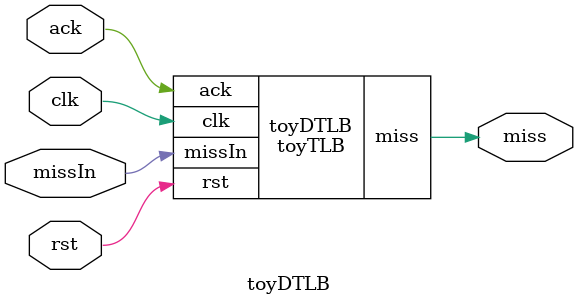
<source format=v>
/**
	\author: 	Trasier
	\date: 		2017/5/9
	\brief: 	TOY of the ITLB & DTLB
*/
module toyTLB (
	missIn, miss,
	ack, clk, rst
);
	input  missIn;
	output miss;
	input ack;
	input clk, rst;
	
	reg miss_r;
	
	always @(posedge clk) begin
		if (rst) begin
			miss_r <= 1'b0;
		end
		else if (ack) begin
			miss_r <= 1'b0;
		end
		else begin
			miss_r <= miss_r | missIn;
		end
	end // end always
	
	assign miss = miss_r;

endmodule

module toyITLB (
	missIn, miss,
	ack, clk, rst
);

	input  missIn;
	output miss;
	input ack;
	input clk, rst;
	
	toyTLB toyITLB (
		.missIn(missIn),
		.miss(miss),
		.ack(ack),
		.clk(clk),
		.rst(rst)
	);

endmodule

module toyDTLB (
	missIn, miss,
	ack, clk, rst
);

	input  missIn;
	output miss;
	input ack;
	input clk, rst;
	
	toyTLB toyDTLB (
		.missIn(missIn),
		.miss(miss),
		.ack(ack),
		.clk(clk),
		.rst(rst)
	);

endmodule

</source>
